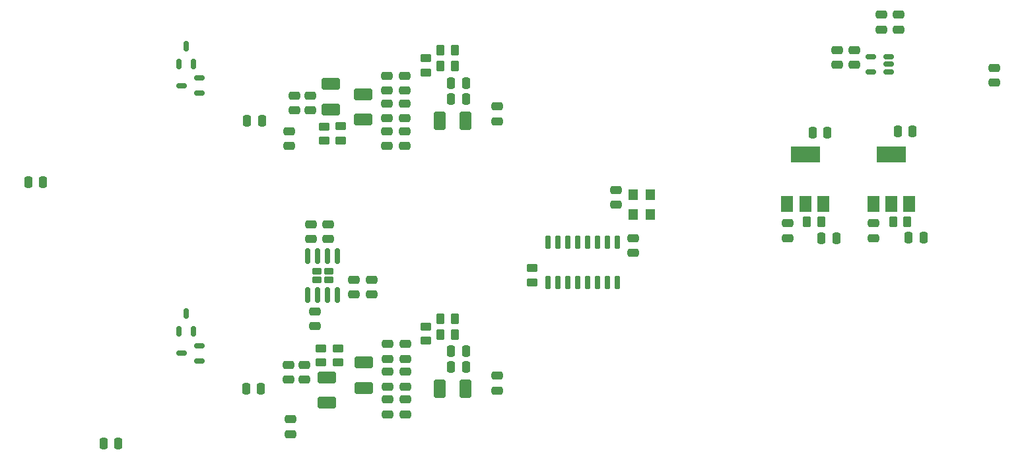
<source format=gbr>
%TF.GenerationSoftware,KiCad,Pcbnew,7.0.10-7.0.10~ubuntu22.04.1*%
%TF.CreationDate,2024-01-23T12:41:04+01:00*%
%TF.ProjectId,misrc,6d697372-632e-46b6-9963-61645f706362,0.3*%
%TF.SameCoordinates,Original*%
%TF.FileFunction,Paste,Bot*%
%TF.FilePolarity,Positive*%
%FSLAX46Y46*%
G04 Gerber Fmt 4.6, Leading zero omitted, Abs format (unit mm)*
G04 Created by KiCad (PCBNEW 7.0.10-7.0.10~ubuntu22.04.1) date 2024-01-23 12:41:04*
%MOMM*%
%LPD*%
G01*
G04 APERTURE LIST*
G04 Aperture macros list*
%AMRoundRect*
0 Rectangle with rounded corners*
0 $1 Rounding radius*
0 $2 $3 $4 $5 $6 $7 $8 $9 X,Y pos of 4 corners*
0 Add a 4 corners polygon primitive as box body*
4,1,4,$2,$3,$4,$5,$6,$7,$8,$9,$2,$3,0*
0 Add four circle primitives for the rounded corners*
1,1,$1+$1,$2,$3*
1,1,$1+$1,$4,$5*
1,1,$1+$1,$6,$7*
1,1,$1+$1,$8,$9*
0 Add four rect primitives between the rounded corners*
20,1,$1+$1,$2,$3,$4,$5,0*
20,1,$1+$1,$4,$5,$6,$7,0*
20,1,$1+$1,$6,$7,$8,$9,0*
20,1,$1+$1,$8,$9,$2,$3,0*%
G04 Aperture macros list end*
%ADD10RoundRect,0.250000X-0.250000X-0.475000X0.250000X-0.475000X0.250000X0.475000X-0.250000X0.475000X0*%
%ADD11RoundRect,0.250001X-0.924999X0.499999X-0.924999X-0.499999X0.924999X-0.499999X0.924999X0.499999X0*%
%ADD12RoundRect,0.250000X-0.475000X0.250000X-0.475000X-0.250000X0.475000X-0.250000X0.475000X0.250000X0*%
%ADD13RoundRect,0.250000X0.475000X-0.250000X0.475000X0.250000X-0.475000X0.250000X-0.475000X-0.250000X0*%
%ADD14R,1.200000X1.400000*%
%ADD15RoundRect,0.150000X0.150000X-0.512500X0.150000X0.512500X-0.150000X0.512500X-0.150000X-0.512500X0*%
%ADD16RoundRect,0.250000X-0.450000X0.262500X-0.450000X-0.262500X0.450000X-0.262500X0.450000X0.262500X0*%
%ADD17RoundRect,0.250000X-0.262500X-0.450000X0.262500X-0.450000X0.262500X0.450000X-0.262500X0.450000X0*%
%ADD18RoundRect,0.250000X0.262500X0.450000X-0.262500X0.450000X-0.262500X-0.450000X0.262500X-0.450000X0*%
%ADD19R,1.500000X2.000000*%
%ADD20R,3.800000X2.000000*%
%ADD21RoundRect,0.230000X0.375000X-0.230000X0.375000X0.230000X-0.375000X0.230000X-0.375000X-0.230000X0*%
%ADD22RoundRect,0.150000X0.150000X-0.825000X0.150000X0.825000X-0.150000X0.825000X-0.150000X-0.825000X0*%
%ADD23RoundRect,0.250001X0.924999X-0.499999X0.924999X0.499999X-0.924999X0.499999X-0.924999X-0.499999X0*%
%ADD24RoundRect,0.250000X0.250000X0.475000X-0.250000X0.475000X-0.250000X-0.475000X0.250000X-0.475000X0*%
%ADD25RoundRect,0.250000X0.450000X-0.262500X0.450000X0.262500X-0.450000X0.262500X-0.450000X-0.262500X0*%
%ADD26RoundRect,0.250001X-0.499999X-0.924999X0.499999X-0.924999X0.499999X0.924999X-0.499999X0.924999X0*%
%ADD27RoundRect,0.150000X0.512500X0.150000X-0.512500X0.150000X-0.512500X-0.150000X0.512500X-0.150000X0*%
%ADD28RoundRect,0.150000X0.150000X-0.725000X0.150000X0.725000X-0.150000X0.725000X-0.150000X-0.725000X0*%
G04 APERTURE END LIST*
D10*
%TO.C,C122*%
X100015000Y-117856000D03*
X101915000Y-117856000D03*
%TD*%
D11*
%TO.C,C102*%
X110363000Y-116358000D03*
X110363000Y-119608000D03*
%TD*%
D12*
%TO.C,C226*%
X132207000Y-81600000D03*
X132207000Y-83500000D03*
%TD*%
D13*
%TO.C,C221*%
X118097000Y-83119000D03*
X118097000Y-81219000D03*
%TD*%
D12*
%TO.C,C20*%
X169418000Y-96586000D03*
X169418000Y-98486000D03*
%TD*%
%TO.C,C8*%
X175831500Y-74361000D03*
X175831500Y-76261000D03*
%TD*%
D14*
%TO.C,X1*%
X149649000Y-95504000D03*
X149649000Y-92964000D03*
X151849000Y-92964000D03*
X151849000Y-95504000D03*
%TD*%
D15*
%TO.C,Q202*%
X93279000Y-76194500D03*
X91379000Y-76194500D03*
X92329000Y-73919500D03*
%TD*%
D16*
%TO.C,R204*%
X112141000Y-84154000D03*
X112141000Y-85979000D03*
%TD*%
D13*
%TO.C,C22*%
X108839000Y-109789000D03*
X108839000Y-107889000D03*
%TD*%
D12*
%TO.C,C21*%
X180467000Y-96586000D03*
X180467000Y-98486000D03*
%TD*%
D17*
%TO.C,R5*%
X182983500Y-96393000D03*
X184808500Y-96393000D03*
%TD*%
D18*
%TO.C,R126*%
X126769500Y-110871000D03*
X124944500Y-110871000D03*
%TD*%
D12*
%TO.C,C114*%
X120396000Y-112080000D03*
X120396000Y-113980000D03*
%TD*%
D10*
%TO.C,C216*%
X126291000Y-80645000D03*
X128191000Y-80645000D03*
%TD*%
D18*
%TO.C,R226*%
X126756500Y-76454000D03*
X124931500Y-76454000D03*
%TD*%
D12*
%TO.C,C213*%
X118097000Y-77663000D03*
X118097000Y-79563000D03*
%TD*%
%TO.C,C7*%
X195961000Y-76647000D03*
X195961000Y-78547000D03*
%TD*%
D19*
%TO.C,Q2*%
X185053000Y-94082000D03*
X182753000Y-94082000D03*
D20*
X182753000Y-87782000D03*
D19*
X180453000Y-94082000D03*
%TD*%
D10*
%TO.C,C15*%
X184978000Y-98425000D03*
X186878000Y-98425000D03*
%TD*%
D13*
%TO.C,C112*%
X118110000Y-121092000D03*
X118110000Y-119192000D03*
%TD*%
%TO.C,C31*%
X147447000Y-94234000D03*
X147447000Y-92334000D03*
%TD*%
D15*
%TO.C,Q102*%
X93279000Y-110490000D03*
X91379000Y-110490000D03*
X92329000Y-108215000D03*
%TD*%
D12*
%TO.C,C223*%
X105537000Y-84775000D03*
X105537000Y-86675000D03*
%TD*%
%TO.C,C214*%
X120383000Y-77663000D03*
X120383000Y-79563000D03*
%TD*%
D21*
%TO.C,U7*%
X109093000Y-103883000D03*
X110593000Y-103883000D03*
X109093000Y-102743000D03*
X110593000Y-102743000D03*
D22*
X111748000Y-105788000D03*
X110478000Y-105788000D03*
X109208000Y-105788000D03*
X107938000Y-105788000D03*
X107938000Y-100838000D03*
X109208000Y-100838000D03*
X110478000Y-100838000D03*
X111748000Y-100838000D03*
%TD*%
D23*
%TO.C,C217*%
X115049000Y-83286000D03*
X115049000Y-80036000D03*
%TD*%
D10*
%TO.C,C14*%
X173802000Y-98552000D03*
X175702000Y-98552000D03*
%TD*%
D16*
%TO.C,R125*%
X123063000Y-109831500D03*
X123063000Y-111656500D03*
%TD*%
D10*
%TO.C,C115*%
X126304000Y-113030000D03*
X128204000Y-113030000D03*
%TD*%
D13*
%TO.C,C111*%
X120396000Y-121092000D03*
X120396000Y-119192000D03*
%TD*%
D18*
%TO.C,R224*%
X126756500Y-74422000D03*
X124931500Y-74422000D03*
%TD*%
D24*
%TO.C,C29*%
X73975000Y-91313000D03*
X72075000Y-91313000D03*
%TD*%
D13*
%TO.C,C204*%
X106172000Y-82103000D03*
X106172000Y-80203000D03*
%TD*%
D19*
%TO.C,Q1*%
X174004000Y-94082000D03*
X171704000Y-94082000D03*
D20*
X171704000Y-87782000D03*
D19*
X169404000Y-94082000D03*
%TD*%
D10*
%TO.C,C116*%
X126304000Y-115062000D03*
X128204000Y-115062000D03*
%TD*%
D13*
%TO.C,C211*%
X120383000Y-86675000D03*
X120383000Y-84775000D03*
%TD*%
D12*
%TO.C,C113*%
X118110000Y-112080000D03*
X118110000Y-113980000D03*
%TD*%
D16*
%TO.C,R225*%
X123050000Y-75414500D03*
X123050000Y-77239500D03*
%TD*%
D18*
%TO.C,R124*%
X126769500Y-108839000D03*
X124944500Y-108839000D03*
%TD*%
D10*
%TO.C,C12*%
X172659000Y-84963000D03*
X174559000Y-84963000D03*
%TD*%
D12*
%TO.C,C126*%
X132207000Y-116144000D03*
X132207000Y-118044000D03*
%TD*%
D25*
%TO.C,R104*%
X111760000Y-114450500D03*
X111760000Y-112625500D03*
%TD*%
D13*
%TO.C,C220*%
X120383000Y-83119000D03*
X120383000Y-81219000D03*
%TD*%
D12*
%TO.C,C23*%
X110490000Y-96713000D03*
X110490000Y-98613000D03*
%TD*%
D23*
%TO.C,C117*%
X115062000Y-117703000D03*
X115062000Y-114453000D03*
%TD*%
D26*
%TO.C,C110*%
X124867000Y-117856000D03*
X128117000Y-117856000D03*
%TD*%
D27*
%TO.C,U6*%
X182430000Y-75250000D03*
X182430000Y-76200000D03*
X182430000Y-77150000D03*
X180155000Y-77150000D03*
X180155000Y-75250000D03*
%TD*%
D12*
%TO.C,C27*%
X181483000Y-69850000D03*
X181483000Y-71750000D03*
%TD*%
D17*
%TO.C,R4*%
X171934500Y-96393000D03*
X173759500Y-96393000D03*
%TD*%
D23*
%TO.C,C202*%
X110871000Y-81990000D03*
X110871000Y-78740000D03*
%TD*%
D27*
%TO.C,Q101*%
X93974500Y-112334000D03*
X93974500Y-114234000D03*
X91699500Y-113284000D03*
%TD*%
D28*
%TO.C,U1*%
X147574000Y-104175000D03*
X146304000Y-104175000D03*
X145034000Y-104175000D03*
X143764000Y-104175000D03*
X142494000Y-104175000D03*
X141224000Y-104175000D03*
X139954000Y-104175000D03*
X138684000Y-104175000D03*
X138684000Y-99025000D03*
X139954000Y-99025000D03*
X141224000Y-99025000D03*
X142494000Y-99025000D03*
X143764000Y-99025000D03*
X145034000Y-99025000D03*
X146304000Y-99025000D03*
X147574000Y-99025000D03*
%TD*%
D13*
%TO.C,C104*%
X105410000Y-116647000D03*
X105410000Y-114747000D03*
%TD*%
D25*
%TO.C,R1*%
X136652000Y-104163500D03*
X136652000Y-102338500D03*
%TD*%
%TO.C,R205*%
X109982000Y-86002500D03*
X109982000Y-84177500D03*
%TD*%
D12*
%TO.C,C28*%
X183642000Y-69850000D03*
X183642000Y-71750000D03*
%TD*%
D27*
%TO.C,Q201*%
X93980000Y-77978000D03*
X93980000Y-79878000D03*
X91705000Y-78928000D03*
%TD*%
D13*
%TO.C,C212*%
X118097000Y-86675000D03*
X118097000Y-84775000D03*
%TD*%
D12*
%TO.C,C5*%
X149606000Y-98491000D03*
X149606000Y-100391000D03*
%TD*%
D13*
%TO.C,C120*%
X120396000Y-117536000D03*
X120396000Y-115636000D03*
%TD*%
%TO.C,C203*%
X108204000Y-82103000D03*
X108204000Y-80203000D03*
%TD*%
D10*
%TO.C,C13*%
X183581000Y-84836000D03*
X185481000Y-84836000D03*
%TD*%
D13*
%TO.C,C103*%
X107442000Y-116647000D03*
X107442000Y-114747000D03*
%TD*%
D10*
%TO.C,C215*%
X126291000Y-78613000D03*
X128191000Y-78613000D03*
%TD*%
D12*
%TO.C,C123*%
X105664000Y-121732000D03*
X105664000Y-123632000D03*
%TD*%
D10*
%TO.C,C222*%
X100142000Y-83439000D03*
X102042000Y-83439000D03*
%TD*%
D13*
%TO.C,C121*%
X118110000Y-117536000D03*
X118110000Y-115636000D03*
%TD*%
D26*
%TO.C,C210*%
X124854000Y-83439000D03*
X128104000Y-83439000D03*
%TD*%
D13*
%TO.C,C25*%
X116078000Y-105725000D03*
X116078000Y-103825000D03*
%TD*%
D10*
%TO.C,C30*%
X81727000Y-124841000D03*
X83627000Y-124841000D03*
%TD*%
D16*
%TO.C,R105*%
X109601000Y-112625500D03*
X109601000Y-114450500D03*
%TD*%
D12*
%TO.C,C9*%
X177990500Y-74361000D03*
X177990500Y-76261000D03*
%TD*%
D13*
%TO.C,C26*%
X113792000Y-105725000D03*
X113792000Y-103825000D03*
%TD*%
%TO.C,C24*%
X108331000Y-98613000D03*
X108331000Y-96713000D03*
%TD*%
M02*

</source>
